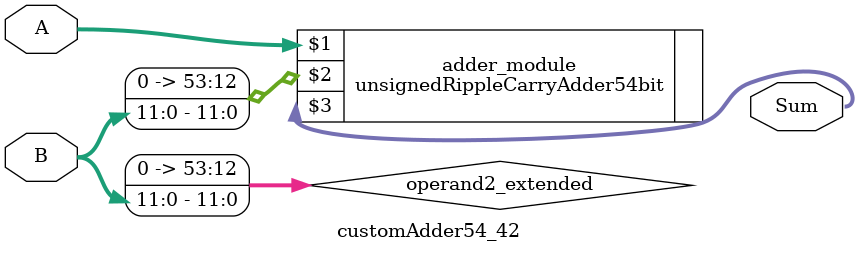
<source format=v>
module customAdder54_42(
                        input [53 : 0] A,
                        input [11 : 0] B,
                        
                        output [54 : 0] Sum
                );

        wire [53 : 0] operand2_extended;
        
        assign operand2_extended =  {42'b0, B};
        
        unsignedRippleCarryAdder54bit adder_module(
            A,
            operand2_extended,
            Sum
        );
        
        endmodule
        
</source>
